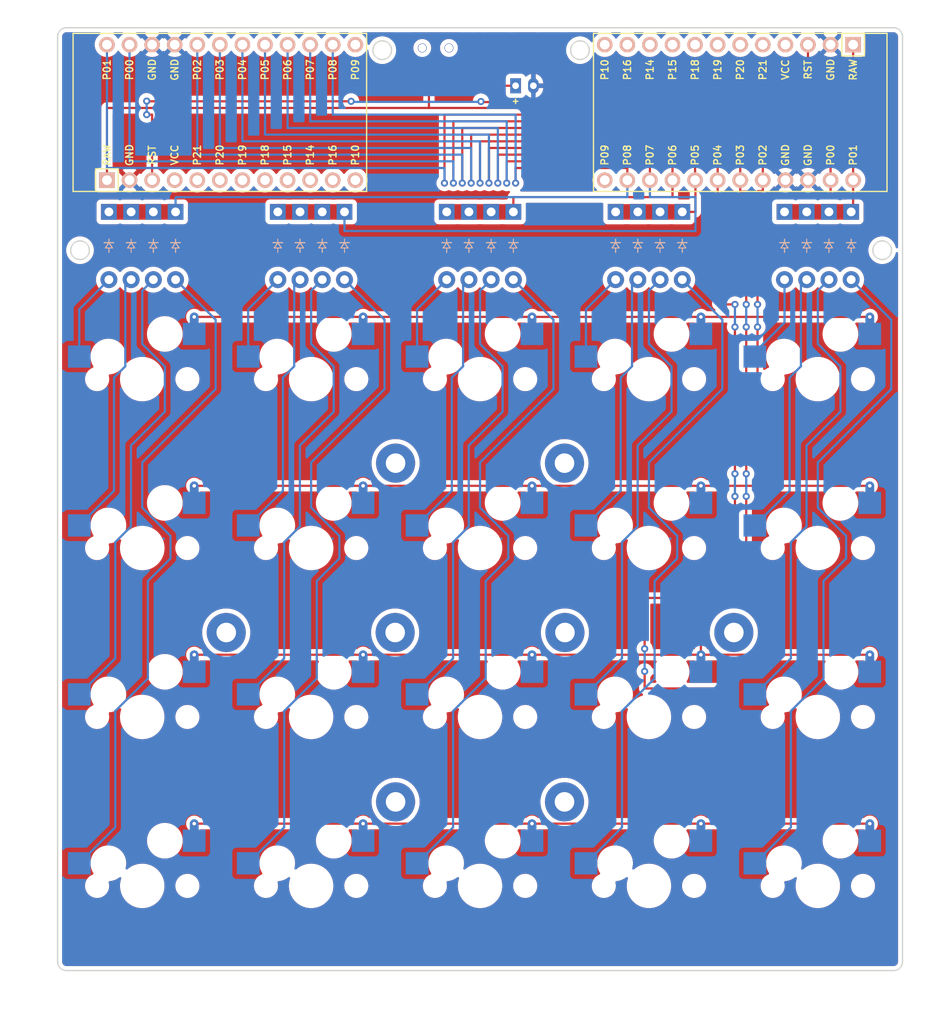
<source format=kicad_pcb>
(kicad_pcb (version 20211014) (generator pcbnew)
  (title_block (title "KEYBOARD_NAME_HERE") (rev "VERSION_HERE") (company "YOUR_NAME_HERE"))
  (layers (0 "F.Cu" signal) (31 "B.Cu" signal) (34 "B.Paste" user) (35 "F.Paste" user) (36 "B.SilkS" user "B.Silkscreen") (37 "F.SilkS" user "F.Silkscreen") (38 "B.Mask" user) (39 "F.Mask" user) (44 "Edge.Cuts" user))
  (net 0 "")
  (net 1 "DP8P4")
  (net 2 "P4")
  (net 3 "DP8P3")
  (net 4 "P3")
  (net 5 "DP8P2")
  (net 6 "P2")
  (net 7 "DP8P0")
  (net 8 "P0")
  (net 9 "DP7P4")
  (net 10 "DP7P3")
  (net 11 "DP7P2")
  (net 12 "DP7P0")
  (net 13 "DP6P4")
  (net 14 "DP6P3")
  (net 15 "DP6P2")
  (net 16 "DP6P0")
  (net 17 "DP5P4")
  (net 18 "DP5P3")
  (net 19 "DP5P2")
  (net 20 "DP5P0")
  (net 21 "DP1P4")
  (net 22 "DP1P3")
  (net 23 "DP1P2")
  (net 24 "DP1P0")
  (net 25 "GND")
  (net 26 "BATPSWITCH")
  (net 27 "P8")
  (net 28 "P7")
  (net 29 "P6")
  (net 30 "P5")
  (net 31 "P1")
  (net 32 "RAW")
  (net 33 "RST")
  (net 34 "VCC")
  (net 35 "P21")
  (net 36 "P20")
  (net 37 "P19")
  (net 38 "P18")
  (net 39 "P15")
  (net 40 "P14")
  (net 41 "P16")
  (net 42 "P10")
  (net 43 "P9")
  (footprint "E73:SPDT_C128955" (layer "F.Cu") (at 33 -94.25)
    (fp_text reference "T1" hide)
    (fp_text value "" hide)
  )
  (footprint "MX" (layer "F.Cu") (at 0 0)
    (fp_text reference "S1" hide)
    (fp_text value "" hide)
  )
  (footprint "MX" (layer "F.Cu") (at 0 -19)
    (fp_text reference "S2" hide)
    (fp_text value "" hide)
  )
  (footprint "MX" (layer "F.Cu") (at 76 -19)
    (fp_text reference "S18" hide)
    (fp_text value "" hide)
  )
  (footprint "ComboDiode" (layer "F.Cu") (at 41.75 -72 -90)
    (fp_text reference "D9" hide)
    (fp_text value "" hide)
  )
  (footprint "JST_PH_S2B-PH-K_02x2.00mm_Angled" (layer "F.Cu") (at 43 -90)
    (fp_text reference "JST1" hide)
    (fp_text value "" hide)
  )
  (footprint "MX" (layer "F.Cu") (at 19 -57)
    (fp_text reference "S8" hide)
    (fp_text value "" hide)
  )
  (footprint "MX" (layer "F.Cu") (at 57 -57)
    (fp_text reference "S16" hide)
    (fp_text value "" hide)
  )
  (footprint "SW_SPST_REED_CT05-XXXX-J1" (layer "F.Cu") (at 43 -95)
    (fp_text reference "_30" hide)
    (fp_text value "")
  )
  (footprint "Tenting Puck" (layer "F.Cu") (at 47.5 -28.5)
    (fp_text reference "LED1" hide)
    (fp_text value "" hide)
  )
  (footprint "ComboDiode" (layer "F.Cu") (at 20.25 -72 -90)
    (fp_text reference "D6" hide)
    (fp_text value "" hide)
  )
  (footprint "MX" (layer "F.Cu") (at 76 -57)
    (fp_text reference "S20" hide)
    (fp_text value "" hide)
  )
  (footprint "MX" (layer "F.Cu") (at 76 0)
    (fp_text reference "S17" hide)
    (fp_text value "" hide)
  )
  (footprint "ComboDiode" (layer "F.Cu") (at 74.75 -72 -90)
    (fp_text reference "D19" hide)
    (fp_text value "" hide)
  )
  (footprint "MX" (layer "F.Cu") (at 57 0)
    (fp_text reference "S13" hide)
    (fp_text value "" hide)
  )
  (footprint "ComboDiode" (layer "F.Cu") (at 55.75 -72 -90)
    (fp_text reference "D15" hide)
    (fp_text value "" hide)
  )
  (footprint "ComboDiode" (layer "F.Cu") (at 77.25 -72 -90)
    (fp_text reference "D18" hide)
    (fp_text value "" hide)
  )
  (footprint "Tenting Puck" (layer "F.Cu") (at 28.5 -28.5)
    (fp_text reference "LED2" hide)
    (fp_text value "" hide)
  )
  (footprint "MX" (layer "F.Cu") (at 19 0)
    (fp_text reference "S5" hide)
    (fp_text value "" hide)
  )
  (footprint "MX" (layer "F.Cu") (at 0 -57)
    (fp_text reference "S4" hide)
    (fp_text value "" hide)
  )
  (footprint "MX" (layer "F.Cu") (at 57 -19)
    (fp_text reference "S14" hide)
    (fp_text value "" hide)
  )
  (footprint "ComboDiode" (layer "F.Cu") (at 17.75 -72 -90)
    (fp_text reference "D7" hide)
    (fp_text value "" hide)
  )
  (footprint "MX" (layer "F.Cu") (at 19 -19)
    (fp_text reference "S6" hide)
    (fp_text value "" hide)
  )
  (footprint "ComboDiode" (layer "F.Cu") (at 53.25 -72 -90)
    (fp_text reference "D16" hide)
    (fp_text value "" hide)
  )
  (footprint "ComboDiode" (layer "F.Cu") (at -3.75 -72 -90)
    (fp_text reference "D4" hide)
    (fp_text value "" hide)
  )
  (footprint "ComboDiode" (layer "F.Cu") (at 79.75 -72 -90)
    (fp_text reference "D17" hide)
    (fp_text value "" hide)
  )
  (footprint "MX" (layer "F.Cu") (at 57 -38)
    (fp_text reference "S15" hide)
    (fp_text value "" hide)
  )
  (footprint "MX" (layer "F.Cu") (at 38 0)
    (fp_text reference "S9" hide)
    (fp_text value "" hide)
  )
  (footprint "ComboDiode" (layer "F.Cu") (at 39.25 -72 -90)
    (fp_text reference "D10" hide)
    (fp_text value "" hide)
  )
  (footprint "MX" (layer "F.Cu") (at 38 -57)
    (fp_text reference "S12" hide)
    (fp_text value "" hide)
  )
  (footprint "ComboDiode" (layer "F.Cu") (at 36.75 -72 -90)
    (fp_text reference "D11" hide)
    (fp_text value "" hide)
  )
  (footprint "ComboDiode" (layer "F.Cu") (at 58.25 -72 -90)
    (fp_text reference "D14" hide)
    (fp_text value "" hide)
  )
  (footprint "ComboDiode" (layer "F.Cu") (at 60.75 -72 -90)
    (fp_text reference "D13" hide)
    (fp_text value "" hide)
  )
  (footprint "ComboDiode" (layer "F.Cu") (at 15.25 -72 -90)
    (fp_text reference "D8" hide)
    (fp_text value "" hide)
  )
  (footprint "MX" (layer "F.Cu") (at 76 -38)
    (fp_text reference "S19" hide)
    (fp_text value "" hide)
  )
  (footprint "ComboDiode" (layer "F.Cu") (at -1.25 -72 -90)
    (fp_text reference "D3" hide)
    (fp_text value "" hide)
  )
  (footprint "MX" (layer "F.Cu") (at 38 -19)
    (fp_text reference "S10" hide)
    (fp_text value "" hide)
  )
  (footprint "ComboDiode" (layer "F.Cu") (at 72.25 -72 -90)
    (fp_text reference "D20" hide)
    (fp_text value "" hide)
  )
  (footprint "ComboDiode" (layer "F.Cu") (at 1.25 -72 -90)
    (fp_text reference "D2" hide)
    (fp_text value "" hide)
  )
  (footprint "ComboDiode" (layer "F.Cu") (at 34.25 -72 -90)
    (fp_text reference "D12" hide)
    (fp_text value "" hide)
  )
  (footprint "ProMicro" (layer "F.Cu") (at 10 -87)
    (fp_text reference "MCU2" hide)
    (fp_text value "" hide)
  )
  (footprint "MX" (layer "F.Cu") (at 0 -38)
    (fp_text reference "S3" hide)
    (fp_text value "" hide)
  )
  (footprint "ComboDiode" (layer "F.Cu") (at 22.75 -72 -90)
    (fp_text reference "D5" hide)
    (fp_text value "" hide)
  )
  (footprint "MX" (layer "F.Cu") (at 38 -38)
    (fp_text reference "S11" hide)
    (fp_text value "" hide)
  )
  (footprint "ProMicro" (layer "F.Cu") (at 66 -87 180)
    (fp_text reference "MCU1" hide)
    (fp_text value "" hide)
  )
  (footprint "MX" (layer "F.Cu") (at 19 -38)
    (fp_text reference "S7" hide)
    (fp_text value "" hide)
  )
  (footprint "ComboDiode" (layer "F.Cu") (at 3.75 -72 -90)
    (fp_text reference "D1" hide)
    (fp_text value "" hide)
  )
  (gr_line (start -8.525 9.525) (end 84.525 9.525) (layer "Edge.Cuts") (width 0.15))
  (gr_line (start -8.525 -96.525) (end 84.525 -96.525) (layer "Edge.Cuts") (width 0.15))
  (gr_circle (center 49.24 -94) (end 50.29 -94) (layer "Edge.Cuts") (width 0.15) (fill none))
  (gr_line (start -9.525 8.525) (end -9.525 -95.525) (layer "Edge.Cuts") (width 0.15))
  (gr_circle (center 27 -94) (end 28.05 -94) (layer "Edge.Cuts") (width 0.15) (fill none))
  (gr_arc (start 84.525 -96.525) (mid 85.232107 -96.232107) (end 85.525 -95.525) (layer "Edge.Cuts") (width 0.15))
  (gr_arc (start 85.525 8.525) (mid 85.232107 9.232107) (end 84.525 9.525) (layer "Edge.Cuts") (width 0.15))
  (gr_line (start 85.525 8.525) (end 85.525 -95.525) (layer "Edge.Cuts") (width 0.15))
  (gr_arc (start -9.525 -95.525) (mid -9.232107 -96.232107) (end -8.525 -96.525) (layer "Edge.Cuts") (width 0.15))
  (gr_arc (start -8.525 9.525) (mid -9.232107 9.232107) (end -9.525 8.525) (layer "Edge.Cuts") (width 0.15))
  (gr_circle (center 83.24 -71.5) (end 84.29 -71.5) (layer "Edge.Cuts") (width 0.15) (fill none))
  (gr_circle (center -7 -71.5) (end -5.95 -71.5) (layer "Edge.Cuts") (width 0.15) (fill none))
  (segment (start -7.085 -2.54) (end -3.033547 -6.591453) (width 0.25) (layer "B.Cu") (net 1))
  (segment (start 0 -47.625) (end 8.255 -55.88) (width 0.25) (layer "B.Cu") (net 1))
  (segment (start -3.033547 -19.665479) (end 0.635 -23.334026) (width 0.25) (layer "B.Cu") (net 1))
  (segment (start -3.033547 -6.591453) (end -3.033547 -19.665479) (width 0.25) (layer "B.Cu") (net 1))
  (segment (start 8.255 -63.685) (end 3.75 -68.19) (width 0.25) (layer "B.Cu") (net 1))
  (segment (start 0 -42.545) (end 0 -47.625) (width 0.25) (layer "B.Cu") (net 1))
  (segment (start 8.255 -55.88) (end 8.255 -63.685) (width 0.25) (layer "B.Cu") (net 1))
  (segment (start 0.635 -23.334026) (end 0.635 -34.29) (width 0.25) (layer "B.Cu") (net 1))
  (segment (start 3.175 -39.37) (end 0 -42.545) (width 0.25) (layer "B.Cu") (net 1))
  (segment (start 3.175 -36.83) (end 3.175 -39.37) (width 0.25) (layer "B.Cu") (net 1))
  (segment (start 0.635 -34.29) (end 3.175 -36.83) (width 0.25) (layer "B.Cu") (net 1))
  (segment (start 64.77 -65.405) (end 64.73 -65.445) (width 0.25) (layer "F.Cu") (net 2))
  (segment (start 64.73 -65.445) (end 64.73 -79.38) (width 0.25) (layer "F.Cu") (net 2))
  (segment (start 38 -83.75) (end 64.73 -83.75) (width 0.25) (layer "F.Cu") (net 2))
  (segment (start 56.515 -24.13) (end 56.515 -22.225) (width 0.25) (layer "F.Cu") (net 2))
  (segment (start 64.73 -83.75) (end 64.73 -79.38) (width 0.25) (layer "F.Cu") (net 2))
  (segment (start 62.845 -7) (end 64.755 -7) (width 0.25) (layer "F.Cu") (net 2))
  (segment (start 56.534521 -22.205479) (end 64.749121 -22.205479) (width 0.25) (layer "F.Cu") (net 2))
  (segment (start 66.675 -62.865) (end 66.675 -46.355) (width 0.25) (layer "F.Cu") (net 2))
  (segment (start 56.515 -22.225) (end 56.534521 -22.205479) (width 0.25) (layer "F.Cu") (net 2))
  (segment (start 38 -79.05) (end 38 -83.75) (width 0.25) (layer "F.Cu") (net 2))
  (segment (start 64.755 -22.1996) (end 64.755 -7) (width 0.25) (layer "F.Cu") (net 2))
  (segment (start 66.675 -43.815) (end 66.675 -32.385) (width 0.25) (layer "F.Cu") (net 2))
  (segment (start 66.675 -32.385) (end 56.515 -32.385) (width 0.25) (layer "F.Cu") (net 2))
  (segment (start 5.845 -7) (end 24.845 -7) (width 0.25) (layer "F.Cu") (net 2))
  (segment (start 66.675 -65.405) (end 64.77 -65.405) (width 0.25) (layer "F.Cu") (net 2))
  (segment (start 64.749121 -22.205479) (end 64.755 -22.1996) (width 0.25) (layer "F.Cu") (net 2))
  (segment (start 43.845 -7) (end 62.845 -7) (width 0.25) (layer "F.Cu") (net 2))
  (segment (start 64.755 -7) (end 81.845 -7) (width 0.25) (layer "F.Cu") (net 2))
  (segment (start 24.845 -7) (end 43.845 -7) (width 0.25) (layer "F.Cu") (net 2))
  (segment (start 56.515 -32.385) (end 56.515 -26.67) (width 0.25) (layer "F.Cu") (net 2))
  (via (at 62.845 -7) (size 0.8) (drill 0.4) (layers "F.Cu" "B.Cu") (net 2))
  (via (at 24.845 -7) (size 0.8) (drill 0.4) (layers "F.Cu" "B.Cu") (net 2))
  (via (at 56.515 -26.67) (size 0.8) (drill 0.4) (layers "F.Cu" "B.Cu") (net 2))
  (via (at 66.675 -43.815) (size 0.8) (drill 0.4) (layers "F.Cu" "B.Cu") (net 2))
  (via (at 5.845 -7) (size 0.8) (drill 0.4) (layers "F.Cu" "B.Cu") (net 2))
  (via (at 66.675 -46.355) (size 0.8) (drill 0.4) (layers "F.Cu" "B.Cu") (net 2))
  (via (at 43.845 -7) (size 0.8) (drill 0.4) (layers "F.Cu" "B.Cu") (net 2))
  (via (at 81.845 -7) (size 0.8) (drill 0.4) (layers "F.Cu" "B.Cu") (net 2))
  (via (at 66.675 -65.405) (size 0.8) (drill 0.4) (layers "F.Cu" "B.Cu") (net 2))
  (via (at 38 -79.05) (size 0.8) (drill 0.4) (layers "F.Cu" "B.Cu") (net 2))
  (via (at 56.515 -24.13) (size 0.8) (drill 0.4) (layers "F.Cu" "B.Cu") (net 2))
  (via (at 66.675 -62.865) (size 0.8) (drill 0.4) (layers "F.Cu" "B.Cu") (net 2))
  (segment (start 66.675 -46.355) (end 66.675 -43.815) (width 0.25) (layer "B.Cu") (net 2))
  (segment (start 11.27 -83.75) (end 11.27 -94.62) (width 0.25) (layer "B.Cu") (net 2))
  (segment (start 81.845 -7) (end 81.845 -6) (width 1) (layer "B.Cu") (net 2))
  (segment (start 43.845 -7) (end 43.845 -6) (width 1) (layer "B.Cu") (net 2))
  (segment (start 66.675 -65.405) (end 66.675 -62.865) (width 0.25) (layer "B.Cu") (net 2))
  (segment (start 38 -79.05) (end 38 -83.75) (width 0.25) (layer "B.Cu") (net 2))
  (segment (start 56.515 -26.67) (end 56.515 -24.13) (width 0.25) (layer "B.Cu") (net 2))
  (segment (start 24.845 -7) (end 24.845 -6) (width 1) (layer "B.Cu") (net 2))
  (segment (start 5.845 -7) (end 5.845 -6) (width 1) (layer "B.Cu") (net 2))
  (segment (start 62.845 -7) (end 62.845 -6) (width 1) (layer "B.Cu") (net 2))
  (segment (start 38 -83.75) (end 11.27 -83.75) (width 0.25) (layer "B.Cu") (net 2))
  (segment (start 0 -60.96) (end 0 -66.94) (width 0.25) (layer "B.Cu") (net 3))
  (segment (start -1.27 -49.53) (end 2.54 -53.34) (width 0.25) (layer "B.Cu") (net 3))
  (segment (start 2.54 -53.34) (end 2.54 -58.42) (width 0.25) (layer "B.Cu") (net 3))
  (segment (start -3.033547 -25.591453) (end -3.033547 -38.665479) (width 0.25) (layer "B.Cu") (net 3))
  (segment (start -1.27 -40.429026) (end -1.27 -49.53) (width 0.25) (layer "B.Cu") (net 3))
  (segment (start 2.54 -58.42) (end 0 -60.96) (width 0.25) (layer "B.Cu") (net 3))
  (segment (start 0 -66.94) (end 1.25 -68.19) (width 0.25) (layer "B.Cu") (net 3))
  (segment (start -3.033547 -38.665479) (end -1.27 -40.429026) (width 0.25) (layer "B.Cu") (net 3))
  (segment (start -7.085 -21.54) (end -3.033547 -25.591453) (width 0.25) (layer "B.Cu") (net 3))
  (segment (start 67.27 -84.5) (end 67.27 -79.38) (width 0.25) (layer "F.Cu") (net 4))
  (segment (start 67.27 -78.119947) (end 67.288759 -78.101188) (width 0.25) (layer "F.Cu") (net 4))
  (segment (start 24.845 -26) (end 43.845 -26) (width 0.25) (layer "F.Cu") (net 4))
  (segment (start 67.945 -31.75) (end 67.945 -43.815) (width 0.25) (layer "F.Cu") (net 4))
  (segment (start 37 -84.5) (end 67.27 -84.5) (width 0.25) (layer "F.Cu") (net 4))
  (segment (start 62.845 -31.75) (end 67.945 -31.75) (width 0.25) (layer "F.Cu") (net 4))
  (segment (start 67.945 -46.355) (end 67.945 -62.865) (width 0.25) (layer "F.Cu") (net 4))
  (segment (start 43.845 -26) (end 62.845 -26) (width 0.25) (layer "F.Cu") (net 4))
  (segment (start 5.845 -26) (end 24.845 -26) (width 0.25) (layer "F.Cu") (net 4))
  (segment (start 67.288759 -78.101188) (end 67.945 -78.101188) (width 0.25) (layer "F.Cu") (net 4))
  (segment (start 67.27 -79.38) (end 67.27 -78.119947) (width 0.25) (layer "F.Cu") (net 4))
  (segment (start 37 -79.05) (end 37 -84.5) (width 0.25) (layer "F.Cu") (net 4))
  (segment (start 62.845 -26) (end 81.845 -26) (width 0.25) (layer "F.Cu") (net 4))
  (segment (start 67.945 -78.101188) (end 67.945 -65.405) (width 0.25) (layer "F.Cu") (net 4))
  (segment (start 62.845 -26) (end 62.845 -31.75) (width 0.25) (layer "F.Cu") (net 4))
  (via (at 24.845 -26) (size 0.8) (drill 0.4) (layers "F.Cu" "B.Cu") (net 4))
  (via (at 5.845 -26) (size 0.8) (drill 0.4) (layers "F.Cu" "B.Cu") (net 4))
  (via (at 62.845 -26) (size 0.8) (drill 0.4) (layers "F.Cu" "B.Cu") (net 4))
  (via (at 37 -79.05) (size 0.8) (drill 0.4) (layers "F.Cu" "B.Cu") (net 4))
  (via (at 67.945 -65.405) (size 0.8) (drill 0.4) (layers "F.Cu" "B.Cu") (net 4))
  (via (at 67.945 -43.815) (size 0.8) (drill 0.4) (layers "F.Cu" "B.Cu") (net 4))
  (via (at 81.845 -26) (size 0.8) (drill 0.4) (layers "F.Cu" "B.Cu") (net 4))
  (via (at 67.945 -46.355) (size 0.8) (drill 0.4) (layers "F.Cu" "B.Cu") (net 4))
  (via (at 43.845 -26) (size 0.8) (drill 0.4) (layers "F.Cu" "B.Cu") (net 4))
  (via (at 67.945 -62.865) (size 0.8) (drill 0.4) (layers "F.Cu" "B.Cu") (net 4))
  (segment (start 5.845 -26) (end 5.845 -25) (width 1) (layer "B.Cu") (net 4))
  (segment (start 81.845 -26) (end 81.845 -25) (width 1) (layer "B.Cu") (net 4))
  (segment (start 43.845 -26) (end 43.845 -25) (width 1) (layer "B.Cu") (net 4))
  (segment (start 8.73 -83) (end 8.73 -94.62) (width 0.25) (layer "B.Cu") (net 4))
  (segment (start 37 -83) (end 8.73 -83) (width 0.25) (layer "B.Cu") (net 4))
  (segment (start 62.845 -26) (end 62.845 -25) (width 1) (layer "B.Cu") (net 4))
  (segment (start 67.945 -65.405) (end 67.945 -62.865) (width 0.25) (layer "B.Cu") (net 4))
  (segment (start 24.845 -26) (end 24.845 -25) (width 1) (layer "B.Cu") (net 4))
  (segment (start 67.945 -46.355) (end 67.945 -43.815) (width 0.25) (layer "B.Cu") (net 4))
  (segment (start 37 -79.05) (end 37 -83) (width 0.25) (layer "B.Cu") (net 4))
  (segment (start -3.175 -57.174454) (end -1.905 -58.444454) (width 0.25) (layer "B.Cu") (net 5))
  (segment (start -1.905 -67.535) (end -1.25 -68.19) (width 0.25) (layer "B.Cu") (net 5))
  (segment (start -7.085 -40.54) (end -3.175 -44.45) (width 0.25) (layer "B.Cu") (net 5))
  (segment (start -1.905 -58.444454) (end -1.905 -67.535) (width 0.25) (layer "B.Cu") (net 5))
  (segment (start -3.175 -44.45) (end -3.175 -57.174454) (width 0.25) (layer "B.Cu") (net 5))
  (segment (start 69.215 -78.105) (end 69.255 -78.145) (width 0.25) (layer "F.Cu") (net 6))
  (segment (start 5.845 -45) (end 24.845 -45) (width 0.25) (layer "F.Cu") (net 6))
  (segment (start 69.215 -62.865) (end 69.215 -45.085) (width 0.25) (layer "F.Cu") (net 6))
  (segment (start 69.81 -85.25) (end 69.81 -79.38) (width 0.25) (layer "F.Cu") (net 6))
  (segment (start 36 -85.25) (end 69.81 -85.25) (width 0.25) (layer "F.Cu") (net 6))
  (segment (start 24.845 -45) (end 43.845 -45) (width 0.25) (layer "F.Cu") (net 6))
  (segment (start 43.845 -45) (end 62.845 -45) (width 0.25) (layer "F.Cu") (net 6))
  (segment (start 69.255 -78.145) (end 69.81 -78.145) (width 0.25) (layer "F.Cu") (net 6))
  (segment (start 69.81 -78.145) (end 69.81 -79.38) (width 0.25) (layer "F.Cu") (net 6))
  (segment (start 62.845 -45) (end 69.3 -45) (width 0.25) (layer "F.Cu") (net 6))
  (segment (start 69.215 -65.405) (end 69.215 -78.105) (width 0.25) (layer "F.Cu") (net 6))
  (segment (start 36 -79.05) (end 36 -85.25) (width 0.25) (layer "F.Cu") (net 6))
  (segment (start 69.215 -45.085) (end 69.3 -45) (width 0.25) (layer "F.Cu") (net 6))
  (segment (start 69.3 -45) (end 81.845 -45) (width 0.25) (layer "F.Cu") (net 6))
  (via (at 24.845 -45) (size 0.8) (drill 0.4) (layers "F.Cu" "B.Cu") (net 6))
  (via (at 36 -79.05) (size 0.8) (drill 0.4) (layers "F.Cu" "B.Cu") (net 6))
  (via (at 81.845 -45) (size 0.8) (drill 0.4) (layers "F.Cu" "B.Cu") (net 6))
  (via (at 69.215 -62.865) (size 0.8) (drill 0.4) (layers "F.Cu" "B.Cu") (net 6))
  (via (at 62.845 -45) (size 0.8) (drill 0.4) (layers "F.Cu" "B.Cu") (net 6))
  (via (at 43.845 -45) (size 0.8) (drill 0.4) (layers "F.Cu" "B.Cu") (net 6))
  (via (at 69.215 -65.405) (size 0.8) (drill 0.4) (layers "F.Cu" "B.Cu") (net 6))
  (via (at 5.845 -45) (size 0.8) (drill 0.4) (layers "F.Cu" "B.Cu") (net 6))
  (segment (start 69.215 -65.405) (end 69.215 -62.865) (width 0.25) (layer "B.Cu") (net 6))
  (segment (start 5.845 -45) (end 5.845 -44) (width 1) (layer "B.Cu") (net 6))
  (segment (start 62.845 -45) (end 62.845 -44) (width 1) (layer "B.Cu") (net 6))
  (segment (start 36 -82.25) (end 6.19 -82.25) (width 0.25) (layer "B.Cu") (net 6))
  (segment (start 43.845 -45) (end 43.845 -44) (width 1) (layer "B.Cu") (net 6))
  (segment (start 6.19 -82.25) (end 6.19 -94.62) (width 0.25) (layer "B.Cu") (net 6))
  (segment (start 81.845 -45) (end 81.845 -44) (width 1) (layer "B.Cu") (net 6))
  (segment (start 24.845 -45) (end 24.845 -44) (width 1) (layer "B.Cu") (net 6))
  (segment (start 36 -79.05) (end 36 -82.25) (width 0.25) (layer "B.Cu") (net 6))
  (segment (start -7.085 -59.54) (end -7.085 -64.855) (width 0.25) (layer "B.Cu") (net 7))
  (segment (start -7.085 -64.855) (end -3.75 -68.19) (width 0.25) (layer "B.Cu") (net 7))
  (segment (start 5.845 -64) (end 24.845 -64) (width 0.25) (layer "F.Cu") (net 8))
  (segment (start 43.845 -64) (end 62.845 -64) (width 0.25) (layer "F.Cu") (net 8))
  (segment (start 77.43 -79.38) (end 77.43 -86) (width 0.25) (layer "F.Cu") (net 8))
  (segment (start 35 -86) (end 35 -79.05) (width 0.25) (layer "F.Cu") (net 8))
  (segment (start 70.35 -64) (end 81.845 -64) (width 0.25) (layer "F.Cu") (net 8))
  (segment (start 62.845 -64) (end 70.35 -64) (width 0.25) (layer "F.Cu") (net 8))
  (segment (start 70.35 -64) (end 70.35 -77.47) (width 0.25) (layer "F.Cu") (net 8))
  (segment (start 77.43 -86) (end 35 -86) (width 0.25) (layer "F.Cu") (net 8))
  (segment (start 70.35 -77.47) (end 77.43 -77.47) (width 0.25) (layer "F.Cu") (net 8))
  (segment (start 24.845 -64) (end 43.845 -64) (width 0.25) (layer "F.Cu") (net 8))
  (segment (start 77.43 -77.47) (end 77.43 -79.38) (width 0.25) (layer "F.Cu") (net 8))
  (via (at 24.845 -64) (size 0.8) (drill 0.4) (layers "F.Cu" "B.Cu") (net 8))
  (via (at 5.845 -64) (size 0.8) (drill 0.4) (layers "F.Cu" "B.Cu") (net 8))
  (via (at 35 -79.05) (size 0.8) (drill 0.4) (layers "F.Cu" "B.Cu") (net 8))
  (via (at 62.845 -64) (size 0.8) (drill 0.4) (layers "F.Cu" "B.Cu") (net 8))
  (via (at 81.845 -64) (size 0.8) (drill 0.4) (layers "F.Cu" "B.Cu") (net 8))
  (via (at 43.845 -64) (size 0.8) (drill 0.4) (layers "F.Cu" "B.Cu") (net 8))
  (segment (start 5.845 -64) (end 5.845 -63) (width 1) (layer "B.Cu") (net 8))
  (segment (start 62.845 -64) (end 62.845 -63) (width 1) (layer "B.Cu") (net 8))
  (segment (start 35 -79.05) (end 35 -81.5) (width 0.25) (layer "B.Cu") (net 8))
  (segment (start 43.845 -64) (end 43.845 -63) (width 1) (layer "B.Cu") (net 8))
  (segment (start 81.845 -64) (end 81.845 -63) (width 1) (layer "B.Cu") (net 8))
  (segment (start -1.43 -81.5) (end -1.43 -94.62) (width 0.25) (layer "B.Cu") (net 8))
  (segment (start 35 -81.5) (end -1.43 -81.5) (width 0.25) (layer "B.Cu") (net 8))
  (segment (start 24.845 -64) (end 24.845 -63) (width 1) (layer "B.Cu") (net 8))
  (segment (start 19 -42.545) (end 19 -47.625) (width 0.25) (layer "B.Cu") (net 9))
  (segment (start 22.175 -36.83) (end 22.175 -39.37) (width 0.25) (layer "B.Cu") (net 9))
  (segment (start 27.255 -55.88) (end 27.255 -63.685) (width 0.25) (layer "B.Cu") (net 9))
  (segment (start 22.175 -39.37) (end 19 -42.545) (width 0.25) (layer "B.Cu") (net 9))
  (segment (start 11.915 -2.54) (end 15.966453 -6.591453) (width 0.25) (layer "B.Cu") (net 9))
  (segment (start 15.966453 -19.665479) (end 19.635 -23.334026) (width 0.25) (layer "B.Cu") (net 9))
  (segment (start 27.255 -63.685) (end 22.75 -68.19) (width 0.25) (layer "B.Cu") (net 9))
  (segment (start 19.635 -23.334026) (end 19.635 -34.29) (width 0.25) (layer "B.Cu") (net 9))
  (segment (start 19 -47.625) (end 27.255 -55.88) (width 0.25) (layer "B.Cu") (net 9))
  (segment (start 19.635 -34.29) (end 22.175 -36.83) (width 0.25) (layer "B.Cu") (net 9))
  (segment (start 15.966453 -6.591453) (end 15.966453 -19.665479) (width 0.25) (layer "B.Cu") (net 9))
  (segment (start 21.54 -58.42) (end 19 -60.96) (width 0.25) (layer "B.Cu") (net 10))
  (segment (start 19 -60.96) (end 19 -66.94) (width 0.25) (layer "B.Cu") (net 10))
  (segment (start 19 -66.94) (end 20.25 -68.19) (width 0.25) (layer "B.Cu") (net 10))
  (segment (start 21.54 -53.34) (end 21.54 -58.42) (width 0.25) (layer "B.Cu") (net 10))
  (segment (start 15.966453 -25.591453) (end 15.966453 -38.665479) (width 0.25) (layer "B.Cu") (net 10))
  (segment (start 17.73 -40.429026) (end 17.73 -49.53) (width 0.25) (layer "B.Cu") (net 10))
  (segment (start 17.73 -49.53) (end 21.54 -53.34) (width 0.25) (layer "B.Cu") (net 10))
  (segment (start 11.915 -21.54) (end 15.966453 -25.591453) (width 0.25) (layer "B.Cu") (net 10))
  (segment (start 15.966453 -38.665479) (end 17.73 -40.429026) (width 0.25) (layer "B.Cu") (net 10))
  (segment (start 11.915 -40.54) (end 15.825 -44.45) (width 0.25) (layer "B.Cu") (net 11))
  (segment (start 15.825 -57.174454) (end 17.095 -58.444454) (width 0.25) (layer "B.Cu") (net 11))
  (segment (start 17.095 -67.535) (end 17.75 -68.19) (width 0.25) (layer "B.Cu") (net 11))
  (segment (start 17.095 -58.444454) (end 17.095 -67.535) (width 0.25) (layer "B.Cu") (net 11))
  (segment (start 15.825 -44.45) (end 15.825 -57.174454) (width 0.25) (layer "B.Cu") (net 11))
  (segment (start 11.915 -59.54) (end 11.915 -64.855) (width 0.25) (layer "B.Cu") (net 12))
  (segment (start 11.915 -64.855) (end 15.25 -68.19) (width 0.25) (layer "B.Cu") (net 12))
  (segment (start 38 -47.625) (end 46.255 -55.88) (width 0.25) (layer "B.Cu") (net 13))
  (segment (start 34.966453 -6.591453) (end 34.966453 -19.665479) (width 0.25) (layer "B.Cu") (net 13))
  (segment (start 46.255 -55.88) (end 46.255 -63.685) (width 0.25) (layer "B.Cu") (net 13))
  (segment (start 41.175 -39.37) (end 38 -42.545) (width 0.25) (layer "B.Cu") (net 13))
  (segment (start 41.175 -36.83) (end 41.175 -39.37) (width 0.25) (layer "B.Cu") (net 13))
  (segment (start 46.255 -63.685) (end 41.75 -68.19) (width 0.25) (layer "B.Cu") (net 13))
  (segment (start 30.915 -2.54) (end 34.966453 -6.591453) (width 0.25) (layer "B.Cu") (net 13))
  (segment (start 34.966453 -19.665479) (end 38.635 -23.334026) (width 0.25) (layer "B.Cu") (net 13))
  (segment (start 38.635 -34.29) (end 41.175 -36.83) (width 0.25) (layer "B.Cu") (net 13))
  (segment (start 38 -42.545) (end 38 -47.625) (width 0.25) (layer "B.Cu") (net 13))
  (segment (start 38.635 -23.334026) (end 38.635 -34.29) (width 0.25) (layer "B.Cu") (net 13))
  (segment (start 38 -66.94) (end 39.25 -68.19) (width 0.25) (layer "B.Cu") (net 14))
  (segment (start 38 -60.96) (end 38 -66.94) (width 0.25) (layer "B.Cu") (net 14))
  (segment (start 34.966453 -25.591453) (end 34.966453 -38.665479) (width 0.25) (layer "B.Cu") (net 14))
  (segment (start 34.966453 -38.665479) (end 36.73 -40.429026) (width 0.25) (layer "B.Cu") (net 14))
  (segment (start 36.73 -49.53) (end 40.54 -53.34) (width 0.25) (layer "B.Cu") (net 14))
  (segment (start 40.54 -58.42) (end 38 -60.96) (width 0.25) (layer "B.Cu") (net 14))
  (segment (start 30.915 -21.54) (end 34.966453 -25.591453) (width 0.25) (layer "B.Cu") (net 14))
  (segment (start 36.73 -40.429026) (end 36.73 -49.53) (width 0.25) (layer "B.Cu") (net 14))
  (segment (start 40.54 -53.34) (end 40.54 -58.42) (width 0.25) (layer "B.Cu") (net 14))
  (segment (start 36.095 -58.444454) (end 36.095 -67.535) (width 0.25) (layer "B.Cu") (net 15))
  (segment (start 34.825 -44.45) (end 34.825 -57.174454) (width 0.25) (layer "B.Cu") (net 15))
  (segment (start 36.095 -67.535) (end 36.75 -68.19) (width 0.25) (layer "B.Cu") (net 15))
  (segment (start 34.825 -57.174454) (end 36.095 -58.444454) (width 0.25) (layer "B.Cu") (net 15))
  (segment (start 30.915 -40.54) (end 34.825 -44.45) (width 0.25) (layer "B.Cu") (net 15))
  (segment (start 30.915 -59.54) (end 30.915 -64.855) (width 0.25) (layer "B.Cu") (net 16))
  (segment (start 30.915 -64.855) (end 34.25 -68.19) (width 0.25) (layer "B.Cu") (net 16))
  (segment (start 60.175 -36.83) (end 60.175 -39.37) (width 0.25) (layer "B.Cu") (net 17))
  (segment (start 53.966453 -6.591453) (end 53.966453 -19.665479) (width 0.25) (layer "B.Cu") (net 17))
  (segment (start 49.915 -2.54) (end 53.966453 -6.591453) (width 0.25) (layer "B.Cu") (net 17))
  (segment (start 57 -42.545) (end 57 -47.625) (width 0.25) (layer "B.Cu") (net 17))
  (segment (start 65.255 -55.88) (end 65.255 -63.685) (width 0.25) (layer "B.Cu") (net 17))
  (segment (start 60.175 -39.37) (end 57 -42.545) (width 0.25) (layer "B.Cu") (net 17))
  (segment (start 57.635 -34.29) (end 60.175 -36.83) (width 0.25) (layer "B.Cu") (net 17))
  (segment (start 53.966453 -19.665479) (end 57.635 -23.334026) (width 0.25) (layer "B.Cu") (net 17))
  (segment (start 57.635 -23.334026) (end 57.635 -34.29) (width 0.25) (layer "B.Cu") (net 17))
  (segment (start 57 -47.625) (end 65.255 -55.88) (width 0.25) (layer "B.Cu") (net 17))
  (segment (start 65.255 -63.685) (end 60.75 -68.19) (width 0.25) (layer "B.Cu") (net 17))
  (segment (start 57 -66.94) (end 58.25 -68.19) (width 0.25) (layer "B.Cu") (net 18))
  (segment (start 53.966453 -25.591453) (end 53.966453 -38.665479) (width 0.25) (layer "B.Cu") (net 18))
  (segment (start 55.73 -49.53) (end 59.54 -53.34) (width 0.25) (layer "B.Cu") (net 18))
  (segment (start 59.54 -58.42) (end 57 -60.96) (width 0.25) (layer "B.Cu") (net 18))
  (segment (start 57 -60.96) (end 57 -66.94) (width 0.25) (layer "B.Cu") (net 18))
  (segment (start 53.966453 -38.665479) (end 55.73 -40.429026) (width 0.25) (layer "B.Cu") (net 18))
  (segment (start 55.73 -40.429026) (end 55.73 -49.53) (width 0.25) (layer "B.Cu") (net 18))
  (segment (start 59.54 -53.34) (end 59.54 -58.42) (width 0.25) (layer "B.Cu") (net 18))
  (segment (start 49.915 -21.54) (end 53.966453 -25.591453) (width 0.25) (layer "B.Cu") (net 18))
  (segment (start 53.825 -57.174454) (end 55.095 -58.444454) (width 0.25) (layer "B.Cu") (net 19))
  (segment (start 49.915 -40.54) (end 53.825 -44.45) (width 0.25) (layer "B.Cu") (net 19))
  (segment (start 53.825 -44.45) (end 53.825 -57.174454) (width 0.25) (layer "B.Cu") (net 19))
  (segment (start 55.095 -67.535) (end 55.75 -68.19) (width 0.25) (layer "B.Cu") (net 19))
  (segment (start 55.095 -58.444454) (end 55.095 -67.535) (width 0.25) (layer "B.Cu") (net 19))
  (segment (start 49.915 -59.54) (end 49.915 -64.855) (width 0.25) (layer "B.Cu") (net 20))
  (segment (start 49.915 -64.855) (end 53.25 -68.19) (width 0.25) (layer "B.Cu") (net 20))
  (segment (start 76 -42.545) (end 76 -47.625) (width 0.25) (layer "B.Cu") (net 21))
  (segment (start 79.175 -36.83) (end 79.175 -39.37) (width 0.25) (layer "B.Cu") (net 21))
  (segment (start 68.915 -2.54) (end 72.966453 -6.591453) (width 0.25) (layer "B.Cu") (net 21))
  (segment (start 72.966453 -6.591453) (end 72.966453 -19.665479) (width 0.25) (layer "B.Cu") (net 21))
  (segment (start 84.255 -63.685) (end 79.75 -68.19) (width 0.25) (layer "B.Cu") (net 21))
  (segment (start 79.175 -39.37) (end 76 -42.545) (width 0.25) (layer "B.Cu") (net 21))
  (segment (start 72.966453 -19.665479) (end 76.635 -23.334026) (width 0.25) (layer "B.Cu") (net 21))
  (segment (start 76 -47.625) (end 84.255 -55.88) (width 0.25) (layer "B.Cu") (net 21))
  (segment (start 84.255 -55.88) (end 84.255 -63.685) (width 0.25) (layer "B.Cu") (net 21))
  (segment (start 76.635 -34.29) (end 79.175 -36.83) (width 0.25) (layer "B.Cu") (net 21))
  (segment (start 76.635 -23.334026) (end 76.635 -34.29) (width 0.25) (layer "B.Cu") (net 21))
  (segment (start 74.73 -49.53) (end 78.54 -53.34) (width 0.25) (layer "B.Cu") (net 22))
  (segment (start 76 -66.94) (end 77.25 -68.19) (width 0.25) (layer "B.Cu") (net 22))
  (segment (start 78.54 -53.34) (end 78.54 -58.42) (width 0.25) (layer "B.Cu") (net 22))
  (segment (start 72.966453 -38.665479) (end 74.73 -40.429026) (width 0.25) (layer "B.Cu") (net 22))
  (segment (start 76 -60.96) (end 76 -66.94) (width 0.25) (layer "B.Cu") (net 22))
  (segment (start 72.966453 -25.591453) (end 72.966453 -38.665479) (width 0.25) (layer "B.Cu") (net 22))
  (segment (start 78.54 -58.42) (end 76 -60.96) (width 0.25) (layer "B.Cu") (net 22))
  (segment (start 74.73 -40.429026) (end 74.73 -49.53) (width 0.25) (layer "B.Cu") (net 22))
  (segment (start 68.915 -21.54) (end 72.966453 -25.591453) (width 0.25) (layer "B.Cu") (net 22))
  (segment (start 74.095 -67.535) (end 74.75 -68.19) (width 0.25) (layer "B.Cu") (net 23))
  (segment (start 74.095 -58.444454) (end 74.095 -67.535) (width 0.25) (layer "B.Cu") (net 23))
  (segment (start 72.825 -57.174454) (end 74.095 -58.444454) (width 0.25) (layer "B.Cu") (net 23))
  (segment (start 72.825 -44.45) (end 72.825 -57.174454) (width 0.25) (layer "B.Cu") (net 23))
  (segment (start 68.915 -40.54) (end 72.825 -44.45) (width 0.25) (layer "B.Cu") (net 23))
  (segment (start 68.915 -60.025) (end 72.25 -63.36) (width 0.25) (layer "B.Cu") (net 24))
  (segment (start 68.915 -59.54) (end 68.915 -60.025) (width 0.25) (layer "B.Cu") (net 24))
  (segment (start 72.25 -63.36) (end 72.25 -68.19) (width 0.25) (layer "B.Cu") (net 24))
  (segment (start 35.25 -90) (end 35.25 -92.175) (width 0.25) (layer "F.Cu") (net 26))
  (segment (start 35.25 -90) (end 42 -90) (width 0.25) (layer "F.Cu") (net 26))
  (segment (start 54.57 -80.75) (end 42 -80.75) (width 0.25) (layer "F.Cu") (net 27))
  (segment (start -3.75 -75.81) (end 3.75 -75.81) (width 1.75) (layer "F.Cu") (net 27))
  (segment (start 54.57 -79.38) (end 54.57 -80.75) (width 0.25) (layer "F.Cu") (net 27))
  (segment (start 42 -80.75) (end 42 -79.05) (width 0.25) (layer "F.Cu") (net 27))
  (via (at 42 -79.05) (size 0.8) (drill 0.4) (layers "F.Cu" "B.Cu") (net 27))
  (segment (start 21.43 -86.75) (end 21.43 -94.62) (width 0.25) (layer "B.Cu") (net 27))
  (segment (start 42 -79.05) (end 42 -86.75) (width 0.25) (layer "B.Cu") (net 27))
  (segment (start 3.81 -77.47) (end 3.75 -77.41) (width 0.25) (layer "B.Cu") (net 27))
  (segment (start 3.75 -77.41) (end 3.75 -75.81) (width 0.25) (layer "B.Cu") (net 27))
  (segment (start 54.57 -79.38) (end 54.57 -77.51) (width 0.25) (layer "B.Cu") (net 27))
  (segment (start 42 -86.75) (end 21.43 -86.75) (width 0.25) (layer "B.Cu") (net 27))
  (segment (start 54.61 -77.47) (end 3.81 -77.47) (width 0.25) (layer "B.Cu") (net 27))
  (segment (start 54.57 -77.51) (end 54.61 -77.47) (width 0.25) (layer "B.Cu") (net 27))
  (segment (start 41 -79.05) (end 41 -81.5) (width 0.25) (layer "F.Cu") (net 28))
  (segment (start 41 -81.5) (end 57.11 -81.5) (width 0.25) (layer "F.Cu") (net 28))
  (segment (start 15.25 -75.81) (end 22.75 -75.81) (width 1.75) (layer "F.Cu") (net 28))
  (segment (start 57.11 -81.5) (end 57.11 -79.38) (width 0.25) (layer "F.Cu") (net 28))
  (via (at 41 -79.05) (size 0.8) (drill 0.4) (layers "F.Cu" "B.Cu") (net 28))
  (segment (start 62.23 -77.47) (end 62.23 -73.66) (width 0.25) (layer "B.Cu") (net 28))
  (segment (start 57.11 -79.38) (end 57.11 -77.51) (width 0.25) (layer "B.Cu") (net 28))
  (segment (start 22.75 -73.66) (end 22.75 -75.81) (width 0.25) (layer "B.Cu") (net 28))
  (segment (start 18.89 -86) (end 18.89 -94.62) (width 0.25) (layer "B.Cu") (net 28))
  (segment (start 41 -86) (end 18.89 -86) (width 0.25) (layer "B.Cu") (net 28))
  (segment (start 62.23 -73.66) (end 22.75 -73.66) (width 0.25) (layer "B.Cu") (net 28))
  (segment (start 57.11 -77.51) (end 57.15 -77.47) (width 0.25) (layer "B.Cu") (net 28))
  (segment (start 57.15 -77.47) (end 62.23 -77.47) (width 0.25) (layer "B.Cu") (net 28))
  (segment (start 41 -79.05) (end 41 -86) (width 0.25) (layer "B.Cu") (net 28))
  (segment (start 59.65 -82.25) (end 59.65 -79.38) (width 0.25) (layer "F.Cu") (net 29))
  (segment (start 41.75 -77.47) (end 41.75 -75.81) (width 0.25) (layer "F.Cu") (net 29))
  (segment (start 59.65 -77.47) (end 41.75 -77.47) (width 0.25) (layer "F.Cu") (net 29))
  (segment (start 59.65 -79.38) (end 59.65 -77.47) (width 0.25) (layer "F.Cu") (net 29))
  (segment (start 40 -82.25) (end 59.65 -82.25) (width 0.25) (layer "F.Cu") (net 29))
  (segment (start 40 -79.05) (end 40 -82.25) (width 0.25) (layer "F.Cu") (net 29))
  (segment (start 34.25 -75.81) (end 41.75 -75.81) (width 1.75) (layer "F.Cu") (net 29))
  (via (at 40 -79.05) (size 0.8) (drill 0.4) (layers "F.Cu" "B.Cu") (net 29))
  (segment (start 40 -85.25) (end 16.35 -85.25) (width 0.25) (layer "B.Cu") (net 29))
  (segment (start 16.35 -85.25) (end 16.35 -94.62) (width 0.25) (layer "B.Cu") (net 29))
  (segment (start 40 -79.05) (end 40 -85.25) (width 0.25) (layer "B.Cu") (net 29))
  (segment (start 62.19 -83) (end 62.19 -79.38) (width 0.25) (layer "F.Cu") (net 30))
  (segment (start 62.217962 -75.81) (end 62.23 -75.822038) (width 0.25) (layer "F.Cu") (net 30))
  (segment (start 60.75 -75.81) (end 62.217962 -75.81) (width 0.25) (layer "F.Cu") (net 30))
  (segment (start 53.25 -75.81) (end 60.75 -75.81) (width 1.75) (layer "F.Cu") (net 30))
  (segment (start 39 -83) (end 62.19 -83) (width 0.25) (layer "F.Cu") (net 30))
  (segment (start 39 -79.05) (end 39 -83) (width 0.25) (layer "F.Cu") (net 30))
  (segment (start 62.23 -79.34) (end 62.19 -79.38) (width 0.25) (layer "F.Cu") (net 30))
  (segment (start 62.23 -75.822038) (end 62.23 -79.34) (width 0.25) (layer "F.Cu") (net 30))
  (via (at 39 -79.05) (size 0.8) (drill 0.4) (layers "F.Cu" "B.Cu") (net 30))
  (segment (start 13.81 -84.5) (end 13.81 -94.62) (width 0.25) (layer "B.Cu") (net 30))
  (segment (start 39 -79.05) (end 39 -84.5) (width 0.25) (layer "B.Cu") (net 30))
  (segment (start 39 -84.5) (end 13.81 -84.5) (width 0.25) (layer "B.Cu") (net 30))
  (segment (start 34 -79.05) (end 34 -86.75) (width 0.25) (layer "F.Cu") (net 31))
  (segment (start 34 -86.75) (end 79.97 -86.75) (width 0.25) (layer "F.Cu") (net 31))
  (segment (start 79.97 -79.38) (end 79.97 -76.03) (width 0.25) (layer "F.Cu") (net 31))
  (segment (start 79.97 -86.75) (end 79.97 -79.38) (width 0.25) (layer "F.Cu") (net 31))
  (segment (start 72.25 -75.81) (end 79.75 -75.81) (width 1.75) (layer "F.Cu") (net 31))
  (segment (start 79.97 -76.03) (end 79.75 -75.81) (width 0.25) (layer "F.Cu") (net 31))
  (via (at 34 -79.05) (size 0.8) (drill 0.4) (layers "F.Cu" "B.Cu") (net 31))
  (segment (start 34 -79.05) (end 34 -80.75) (width 0.25) (layer "B.Cu") (net 31))
  (segment (start -3.97 -80.75) (end -3.97 -94.62) (width 0.25) (layer "B.Cu") (net 31))
  (segment (start 34 -80.75) (end -3.97 -80.75) (width 0.25) (layer "B.Cu") (net 31))
  (segment (start 32.25 -87.5) (end 79.97 -87.5) (width 0.25) (layer "F.Cu") (net 32))
  (segment (start 32.25 -87.5) (end -3.97 -87.5) (width 0.25) (layer "F.Cu") (net 32))
  (segment (start 32.25 -92.175) (end 32.25 -87.5) (width 0.25) (layer "F.Cu") (net 32))
  (segment (start 79.97 -87.5) (end 79.97 -94.62) (width 0.25) (layer "F.Cu") (net 32))
  (segment (start -3.97 -87.5) (end -3.97 -79.38) (width 0.25) (layer "F.Cu") (net 32))
  (segment (start 1.11 -79.38) (end 1.11 -86.75) (width 0.25) (layer "F.Cu") (net 33))
  (segment (start 1.25 -79.52) (end 1.11 -79.38) (width 0.25) (layer "F.Cu") (net 33))
  (segment (start 0.5255 -88.25) (end 0.5 -88.2755) (width 0.25) (layer "F.Cu") (net 33))
  (segment (start 23.495 -88.25) (end 0.5255 -88.25) (width 0.25) (layer "F.Cu") (net 33))
  (segment (start 1.11 -86.75) (end 0.5 -86.75) (width 0.25) (layer "F.Cu") (net 33))
  (segment (start 46.08 -89.08) (end 46.08 -89) (width 0.25) (layer "F.Cu") (net 33))
  (segment (start 46.08 -88.1678) (end 46.08 -89) (width 0.25) (layer "F.Cu") (net 33))
  (segment (start 46.08 -89) (end 46.08 -88.1634) (width 0.25) (layer "F.Cu") (net 33))
  (segment (start 38.1 -88.2245) (end 38.1611 -88.1634) (width 0.25) (layer "F.Cu") (net 33))
  (segment (start 46.08 -95) (end 46.08 -89.08) (width 0.25) (layer "F.Cu") (net 33))
  (segment (start 46.0756 -88.1634) (end 46.08 -88.1678) (width 0.25) (layer "F.Cu") (net 33))
  (segment (start 46.08 -88.1634) (end 74.89 -88.1634) (width 0.25) (layer "F.Cu") (net 33))
  (segment (start 38.1611 -88.1634) (end 46.0756 -88.1634) (width 0.25) (layer "F.Cu") (net 33))
  (segment (start 74.89 -88.1634) (end 74.89 -94.62) (width 0.25) (layer "F.Cu") (net 33))
  (via (at 38.1 -88.2245) (size 0.8) (drill 0.4) (layers "F.Cu" "B.Cu") (net 33))
  (via (at 23.495 -88.25) (size 0.8) (drill 0.4) (layers "F.Cu" "B.Cu") (net 33))
  (via (at 0.5 -88.2755) (size 0.8) (drill 0.4) (layers "F.Cu" "B.Cu") (net 33))
  (via (at 0.5 -86.75) (size 0.8) (drill 0.4) (layers "F.Cu" "B.Cu") (net 33))
  (segment (start 23.5562 -88.1888) (end 38.0643 -88.1888) (width 0.25) (layer "B.Cu") (net 33))
  (segment (start 0.5 -88.2755) (end 0.5 -86.75) (width 0.25) (layer "B.Cu") (net 33))
  (segment (start 38.0643 -88.1888) (end 38.1 -88.2245) (width 0.25) (layer "B.Cu") (net 33))
  (segment (start 23.495 -88.25) (end 23.5562 -88.1888) (width 0.25) (layer "B.Cu") (net 33))
  (zone (net 25) (net_name "GND") (layers F&B.Cu) (connect_pads (clearance 0.508)) (min_thickness 0.254) (fill yes (thermal_gap 0.508) (thermal_bridge_width 0.508) (island_removal_mode 1) (island_area_min 0))
    (polygon (pts (xy 89.9668 15.5194) (xy -16.002 15.5194) (xy -16.002 -99.6442) (xy 89.9668 -99.6442)))
  )
)
</source>
